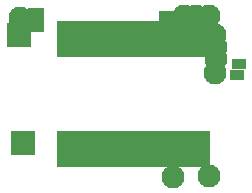
<source format=gbr>
G04 EAGLE Gerber RS-274X export*
G75*
%MOMM*%
%FSLAX34Y34*%
%LPD*%
%INSoldermask Top*%
%IPPOS*%
%AMOC8*
5,1,8,0,0,1.08239X$1,22.5*%
G01*
%ADD10R,1.601900X3.052400*%
%ADD11R,0.840000X0.990000*%
%ADD12R,0.750000X0.850000*%
%ADD13R,2.153600X2.153600*%
%ADD14C,1.934400*%


D10*
X39050Y34664D03*
X51750Y34664D03*
X64450Y34664D03*
X77150Y34664D03*
X89850Y34664D03*
X102550Y34664D03*
X115250Y34664D03*
X127950Y34664D03*
X140650Y34664D03*
X153350Y34664D03*
X153350Y127736D03*
X140650Y127736D03*
X127950Y127736D03*
X115250Y127736D03*
X102550Y127736D03*
X89850Y127736D03*
X77150Y127736D03*
X64450Y127736D03*
X51750Y127736D03*
X39050Y127736D03*
D11*
X127350Y146700D03*
X122250Y146700D03*
X16050Y149000D03*
X10950Y149000D03*
X10950Y138800D03*
X16050Y138800D03*
D12*
X181200Y97400D03*
X186200Y97400D03*
X188200Y106700D03*
X183200Y106700D03*
D13*
X-800Y131700D03*
X3200Y39600D03*
D14*
X165700Y131000D03*
X165300Y99500D03*
X166000Y111100D03*
X139300Y147100D03*
X130100Y11100D03*
X165800Y121100D03*
X149600Y147100D03*
X160100Y147200D03*
X160300Y11600D03*
X200Y145300D03*
M02*

</source>
